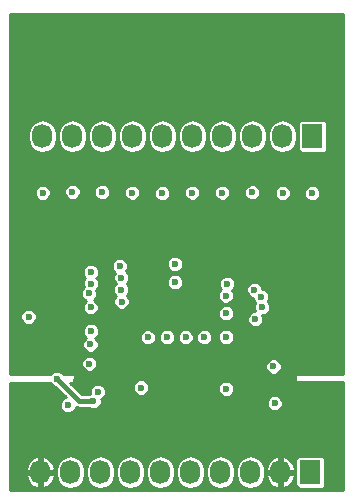
<source format=gbr>
G04 #@! TF.FileFunction,Copper,L3,Inr,Signal*
%FSLAX46Y46*%
G04 Gerber Fmt 4.6, Leading zero omitted, Abs format (unit mm)*
G04 Created by KiCad (PCBNEW 4.0.4-stable) date Wednesday, May 10, 2017 'PMt' 03:49:53 PM*
%MOMM*%
%LPD*%
G01*
G04 APERTURE LIST*
%ADD10C,0.100000*%
%ADD11R,1.727200X2.032000*%
%ADD12O,1.727200X2.032000*%
%ADD13C,0.600000*%
%ADD14C,0.381000*%
%ADD15C,0.254000*%
G04 APERTURE END LIST*
D10*
D11*
X58140600Y-39293800D03*
D12*
X55600600Y-39293800D03*
X53060600Y-39293800D03*
X50520600Y-39293800D03*
X47980600Y-39293800D03*
X45440600Y-39293800D03*
X42900600Y-39293800D03*
X40360600Y-39293800D03*
X37820600Y-39293800D03*
X35280600Y-39293800D03*
D11*
X57962800Y-67741800D03*
D12*
X55422800Y-67741800D03*
X52882800Y-67741800D03*
X50342800Y-67741800D03*
X47802800Y-67741800D03*
X45262800Y-67741800D03*
X42722800Y-67741800D03*
X40182800Y-67741800D03*
X37642800Y-67741800D03*
X35102800Y-67741800D03*
D13*
X39611300Y-61711840D03*
X36507420Y-59817000D03*
X43634660Y-60568840D03*
X50833020Y-60665360D03*
X50829140Y-56285200D03*
X39971980Y-60934600D03*
X54952900Y-61889640D03*
X53891180Y-64023240D03*
X41993820Y-58745120D03*
X39530020Y-65796160D03*
X49004220Y-53004720D03*
X47404020Y-52989480D03*
X45829220Y-52969160D03*
X44223940Y-53014880D03*
X41932860Y-56276240D03*
X53281580Y-55788560D03*
X53281580Y-56784240D03*
X53266340Y-51287680D03*
X39220140Y-62448440D03*
X34820860Y-63550800D03*
X34063940Y-64749680D03*
X59499500Y-41617900D03*
X56870600Y-41617900D03*
X54343300Y-41617900D03*
X51790600Y-41630600D03*
X49237900Y-41617900D03*
X46723300Y-41605200D03*
X44170600Y-41617900D03*
X41656000Y-41579800D03*
X39090600Y-41579800D03*
X38379400Y-37033200D03*
X36550600Y-41579800D03*
X59499500Y-63004700D03*
X59499500Y-60731400D03*
X57835800Y-55245000D03*
X59423300Y-55219600D03*
X55397400Y-34848800D03*
X46278800Y-35648900D03*
X54851300Y-58785760D03*
X50838100Y-54264560D03*
X53820060Y-52892960D03*
X50934620Y-51795680D03*
X44213780Y-56327040D03*
X45834300Y-56306720D03*
X47414180Y-56306720D03*
X48988980Y-56311800D03*
X46515020Y-51658520D03*
X46494700Y-50104040D03*
X41821100Y-50279300D03*
X41973500Y-51269900D03*
X39408100Y-51777900D03*
X53317140Y-54782720D03*
X34112200Y-54584600D03*
X39268400Y-58547000D03*
X50807620Y-52786280D03*
X53235860Y-52288440D03*
X39357300Y-56921400D03*
X39382700Y-50787300D03*
X41960800Y-52273200D03*
X41986200Y-53289200D03*
X37442140Y-62062360D03*
X37833300Y-43992800D03*
X42900600Y-44069000D03*
X35306000Y-44081700D03*
X40360600Y-44018200D03*
X45440600Y-44107100D03*
X53891180Y-53766720D03*
X58140600Y-44107100D03*
X53047900Y-44043600D03*
X47967900Y-44069000D03*
X55626000Y-44094400D03*
X50520600Y-44069000D03*
X39255700Y-52590700D03*
X39397940Y-55788560D03*
X39370000Y-53784500D03*
D14*
X39611300Y-61711840D02*
X38402260Y-61711840D01*
X38402260Y-61711840D02*
X36507420Y-59817000D01*
X59499500Y-60731400D02*
X59461400Y-60731400D01*
D15*
G36*
X60706800Y-59446570D02*
X56806948Y-59451240D01*
X56757550Y-59461305D01*
X56715959Y-59489796D01*
X56688730Y-59532223D01*
X56680100Y-59578240D01*
X56680100Y-60015120D01*
X56690106Y-60064530D01*
X56718547Y-60106155D01*
X56760941Y-60133435D01*
X56807100Y-60142120D01*
X60706800Y-60142120D01*
X60706800Y-69203100D01*
X32536600Y-69203100D01*
X32536600Y-68064013D01*
X33868273Y-68064013D01*
X34027230Y-68523520D01*
X34349933Y-68887219D01*
X34783682Y-69097193D01*
X34975800Y-69036512D01*
X34975800Y-67868800D01*
X35229800Y-67868800D01*
X35229800Y-69036512D01*
X35421918Y-69097193D01*
X35855667Y-68887219D01*
X36178370Y-68523520D01*
X36337327Y-68064013D01*
X36253443Y-67868800D01*
X35229800Y-67868800D01*
X34975800Y-67868800D01*
X33952157Y-67868800D01*
X33868273Y-68064013D01*
X32536600Y-68064013D01*
X32536600Y-67419587D01*
X33868273Y-67419587D01*
X33952157Y-67614800D01*
X34975800Y-67614800D01*
X34975800Y-66447088D01*
X35229800Y-66447088D01*
X35229800Y-67614800D01*
X36253443Y-67614800D01*
X36276118Y-67562031D01*
X36398200Y-67562031D01*
X36398200Y-67921569D01*
X36492940Y-68397857D01*
X36762735Y-68801634D01*
X37166512Y-69071429D01*
X37642800Y-69166169D01*
X38119088Y-69071429D01*
X38522865Y-68801634D01*
X38792660Y-68397857D01*
X38887400Y-67921569D01*
X38887400Y-67562031D01*
X38938200Y-67562031D01*
X38938200Y-67921569D01*
X39032940Y-68397857D01*
X39302735Y-68801634D01*
X39706512Y-69071429D01*
X40182800Y-69166169D01*
X40659088Y-69071429D01*
X41062865Y-68801634D01*
X41332660Y-68397857D01*
X41427400Y-67921569D01*
X41427400Y-67562031D01*
X41478200Y-67562031D01*
X41478200Y-67921569D01*
X41572940Y-68397857D01*
X41842735Y-68801634D01*
X42246512Y-69071429D01*
X42722800Y-69166169D01*
X43199088Y-69071429D01*
X43602865Y-68801634D01*
X43872660Y-68397857D01*
X43967400Y-67921569D01*
X43967400Y-67562031D01*
X44018200Y-67562031D01*
X44018200Y-67921569D01*
X44112940Y-68397857D01*
X44382735Y-68801634D01*
X44786512Y-69071429D01*
X45262800Y-69166169D01*
X45739088Y-69071429D01*
X46142865Y-68801634D01*
X46412660Y-68397857D01*
X46507400Y-67921569D01*
X46507400Y-67562031D01*
X46558200Y-67562031D01*
X46558200Y-67921569D01*
X46652940Y-68397857D01*
X46922735Y-68801634D01*
X47326512Y-69071429D01*
X47802800Y-69166169D01*
X48279088Y-69071429D01*
X48682865Y-68801634D01*
X48952660Y-68397857D01*
X49047400Y-67921569D01*
X49047400Y-67562031D01*
X49098200Y-67562031D01*
X49098200Y-67921569D01*
X49192940Y-68397857D01*
X49462735Y-68801634D01*
X49866512Y-69071429D01*
X50342800Y-69166169D01*
X50819088Y-69071429D01*
X51222865Y-68801634D01*
X51492660Y-68397857D01*
X51587400Y-67921569D01*
X51587400Y-67562031D01*
X51638200Y-67562031D01*
X51638200Y-67921569D01*
X51732940Y-68397857D01*
X52002735Y-68801634D01*
X52406512Y-69071429D01*
X52882800Y-69166169D01*
X53359088Y-69071429D01*
X53762865Y-68801634D01*
X54032660Y-68397857D01*
X54099065Y-68064013D01*
X54188273Y-68064013D01*
X54347230Y-68523520D01*
X54669933Y-68887219D01*
X55103682Y-69097193D01*
X55295800Y-69036512D01*
X55295800Y-67868800D01*
X55549800Y-67868800D01*
X55549800Y-69036512D01*
X55741918Y-69097193D01*
X56175667Y-68887219D01*
X56498370Y-68523520D01*
X56657327Y-68064013D01*
X56573443Y-67868800D01*
X55549800Y-67868800D01*
X55295800Y-67868800D01*
X54272157Y-67868800D01*
X54188273Y-68064013D01*
X54099065Y-68064013D01*
X54127400Y-67921569D01*
X54127400Y-67562031D01*
X54099066Y-67419587D01*
X54188273Y-67419587D01*
X54272157Y-67614800D01*
X55295800Y-67614800D01*
X55295800Y-66447088D01*
X55549800Y-66447088D01*
X55549800Y-67614800D01*
X56573443Y-67614800D01*
X56657327Y-67419587D01*
X56498370Y-66960080D01*
X56290498Y-66725800D01*
X56710736Y-66725800D01*
X56710736Y-68757800D01*
X56737303Y-68898990D01*
X56820746Y-69028665D01*
X56948066Y-69115659D01*
X57099200Y-69146264D01*
X58826400Y-69146264D01*
X58967590Y-69119697D01*
X59097265Y-69036254D01*
X59184259Y-68908934D01*
X59214864Y-68757800D01*
X59214864Y-66725800D01*
X59188297Y-66584610D01*
X59104854Y-66454935D01*
X58977534Y-66367941D01*
X58826400Y-66337336D01*
X57099200Y-66337336D01*
X56958010Y-66363903D01*
X56828335Y-66447346D01*
X56741341Y-66574666D01*
X56710736Y-66725800D01*
X56290498Y-66725800D01*
X56175667Y-66596381D01*
X55741918Y-66386407D01*
X55549800Y-66447088D01*
X55295800Y-66447088D01*
X55103682Y-66386407D01*
X54669933Y-66596381D01*
X54347230Y-66960080D01*
X54188273Y-67419587D01*
X54099066Y-67419587D01*
X54032660Y-67085743D01*
X53762865Y-66681966D01*
X53359088Y-66412171D01*
X52882800Y-66317431D01*
X52406512Y-66412171D01*
X52002735Y-66681966D01*
X51732940Y-67085743D01*
X51638200Y-67562031D01*
X51587400Y-67562031D01*
X51492660Y-67085743D01*
X51222865Y-66681966D01*
X50819088Y-66412171D01*
X50342800Y-66317431D01*
X49866512Y-66412171D01*
X49462735Y-66681966D01*
X49192940Y-67085743D01*
X49098200Y-67562031D01*
X49047400Y-67562031D01*
X48952660Y-67085743D01*
X48682865Y-66681966D01*
X48279088Y-66412171D01*
X47802800Y-66317431D01*
X47326512Y-66412171D01*
X46922735Y-66681966D01*
X46652940Y-67085743D01*
X46558200Y-67562031D01*
X46507400Y-67562031D01*
X46412660Y-67085743D01*
X46142865Y-66681966D01*
X45739088Y-66412171D01*
X45262800Y-66317431D01*
X44786512Y-66412171D01*
X44382735Y-66681966D01*
X44112940Y-67085743D01*
X44018200Y-67562031D01*
X43967400Y-67562031D01*
X43872660Y-67085743D01*
X43602865Y-66681966D01*
X43199088Y-66412171D01*
X42722800Y-66317431D01*
X42246512Y-66412171D01*
X41842735Y-66681966D01*
X41572940Y-67085743D01*
X41478200Y-67562031D01*
X41427400Y-67562031D01*
X41332660Y-67085743D01*
X41062865Y-66681966D01*
X40659088Y-66412171D01*
X40182800Y-66317431D01*
X39706512Y-66412171D01*
X39302735Y-66681966D01*
X39032940Y-67085743D01*
X38938200Y-67562031D01*
X38887400Y-67562031D01*
X38792660Y-67085743D01*
X38522865Y-66681966D01*
X38119088Y-66412171D01*
X37642800Y-66317431D01*
X37166512Y-66412171D01*
X36762735Y-66681966D01*
X36492940Y-67085743D01*
X36398200Y-67562031D01*
X36276118Y-67562031D01*
X36337327Y-67419587D01*
X36178370Y-66960080D01*
X35855667Y-66596381D01*
X35421918Y-66386407D01*
X35229800Y-66447088D01*
X34975800Y-66447088D01*
X34783682Y-66386407D01*
X34349933Y-66596381D01*
X34027230Y-66960080D01*
X33868273Y-67419587D01*
X32536600Y-67419587D01*
X32536600Y-60142438D01*
X35906287Y-60145445D01*
X35929759Y-60202252D01*
X36121161Y-60393987D01*
X36371366Y-60497882D01*
X36380086Y-60497890D01*
X37276256Y-61394059D01*
X37056888Y-61484699D01*
X36865153Y-61676101D01*
X36761258Y-61926306D01*
X36761022Y-62197225D01*
X36864479Y-62447612D01*
X37055881Y-62639347D01*
X37306086Y-62743242D01*
X37577005Y-62743478D01*
X37827392Y-62640021D01*
X38019127Y-62448619D01*
X38122705Y-62199178D01*
X38183556Y-62239837D01*
X38402260Y-62283340D01*
X39219564Y-62283340D01*
X39225041Y-62288827D01*
X39475246Y-62392722D01*
X39746165Y-62392958D01*
X39996552Y-62289501D01*
X40188287Y-62098099D01*
X40218846Y-62024505D01*
X54271782Y-62024505D01*
X54375239Y-62274892D01*
X54566641Y-62466627D01*
X54816846Y-62570522D01*
X55087765Y-62570758D01*
X55338152Y-62467301D01*
X55529887Y-62275899D01*
X55633782Y-62025694D01*
X55634018Y-61754775D01*
X55530561Y-61504388D01*
X55339159Y-61312653D01*
X55088954Y-61208758D01*
X54818035Y-61208522D01*
X54567648Y-61311979D01*
X54375913Y-61503381D01*
X54272018Y-61753586D01*
X54271782Y-62024505D01*
X40218846Y-62024505D01*
X40292182Y-61847894D01*
X40292418Y-61576975D01*
X40279030Y-61544573D01*
X40357232Y-61512261D01*
X40548967Y-61320859D01*
X40652862Y-61070654D01*
X40653098Y-60799735D01*
X40613420Y-60703705D01*
X42953542Y-60703705D01*
X43056999Y-60954092D01*
X43248401Y-61145827D01*
X43498606Y-61249722D01*
X43769525Y-61249958D01*
X44019912Y-61146501D01*
X44211647Y-60955099D01*
X44275956Y-60800225D01*
X50151902Y-60800225D01*
X50255359Y-61050612D01*
X50446761Y-61242347D01*
X50696966Y-61346242D01*
X50967885Y-61346478D01*
X51218272Y-61243021D01*
X51410007Y-61051619D01*
X51513902Y-60801414D01*
X51514138Y-60530495D01*
X51410681Y-60280108D01*
X51219279Y-60088373D01*
X50969074Y-59984478D01*
X50698155Y-59984242D01*
X50447768Y-60087699D01*
X50256033Y-60279101D01*
X50152138Y-60529306D01*
X50151902Y-60800225D01*
X44275956Y-60800225D01*
X44315542Y-60704894D01*
X44315778Y-60433975D01*
X44212321Y-60183588D01*
X44020919Y-59991853D01*
X43770714Y-59887958D01*
X43499795Y-59887722D01*
X43249408Y-59991179D01*
X43057673Y-60182581D01*
X42953778Y-60432786D01*
X42953542Y-60703705D01*
X40613420Y-60703705D01*
X40549641Y-60549348D01*
X40358239Y-60357613D01*
X40108034Y-60253718D01*
X39837115Y-60253482D01*
X39586728Y-60356939D01*
X39394993Y-60548341D01*
X39291098Y-60798546D01*
X39290862Y-61069465D01*
X39304250Y-61101867D01*
X39226048Y-61134179D01*
X39219876Y-61140340D01*
X38638983Y-61140340D01*
X37645640Y-60146996D01*
X37873827Y-60147200D01*
X37923246Y-60137238D01*
X37964896Y-60108835D01*
X37992213Y-60066465D01*
X38000906Y-60023119D01*
X38011066Y-59581159D01*
X38002199Y-59531532D01*
X37974722Y-59489265D01*
X37932966Y-59461018D01*
X37884100Y-59451240D01*
X37093135Y-59451240D01*
X37085081Y-59431748D01*
X36893679Y-59240013D01*
X36643474Y-59136118D01*
X36372555Y-59135882D01*
X36122168Y-59239339D01*
X35930433Y-59430741D01*
X35921921Y-59451240D01*
X32536600Y-59451240D01*
X32536600Y-58681865D01*
X38587282Y-58681865D01*
X38690739Y-58932252D01*
X38882141Y-59123987D01*
X39132346Y-59227882D01*
X39403265Y-59228118D01*
X39653652Y-59124661D01*
X39845387Y-58933259D01*
X39850633Y-58920625D01*
X54170182Y-58920625D01*
X54273639Y-59171012D01*
X54465041Y-59362747D01*
X54715246Y-59466642D01*
X54986165Y-59466878D01*
X55236552Y-59363421D01*
X55428287Y-59172019D01*
X55532182Y-58921814D01*
X55532418Y-58650895D01*
X55428961Y-58400508D01*
X55237559Y-58208773D01*
X54987354Y-58104878D01*
X54716435Y-58104642D01*
X54466048Y-58208099D01*
X54274313Y-58399501D01*
X54170418Y-58649706D01*
X54170182Y-58920625D01*
X39850633Y-58920625D01*
X39949282Y-58683054D01*
X39949518Y-58412135D01*
X39846061Y-58161748D01*
X39654659Y-57970013D01*
X39404454Y-57866118D01*
X39133535Y-57865882D01*
X38883148Y-57969339D01*
X38691413Y-58160741D01*
X38587518Y-58410946D01*
X38587282Y-58681865D01*
X32536600Y-58681865D01*
X32536600Y-57056265D01*
X38676182Y-57056265D01*
X38779639Y-57306652D01*
X38971041Y-57498387D01*
X39221246Y-57602282D01*
X39492165Y-57602518D01*
X39742552Y-57499061D01*
X39934287Y-57307659D01*
X40038182Y-57057454D01*
X40038418Y-56786535D01*
X39934961Y-56536148D01*
X39860847Y-56461905D01*
X43532662Y-56461905D01*
X43636119Y-56712292D01*
X43827521Y-56904027D01*
X44077726Y-57007922D01*
X44348645Y-57008158D01*
X44599032Y-56904701D01*
X44790767Y-56713299D01*
X44894662Y-56463094D01*
X44894680Y-56441585D01*
X45153182Y-56441585D01*
X45256639Y-56691972D01*
X45448041Y-56883707D01*
X45698246Y-56987602D01*
X45969165Y-56987838D01*
X46219552Y-56884381D01*
X46411287Y-56692979D01*
X46515182Y-56442774D01*
X46515183Y-56441585D01*
X46733062Y-56441585D01*
X46836519Y-56691972D01*
X47027921Y-56883707D01*
X47278126Y-56987602D01*
X47549045Y-56987838D01*
X47799432Y-56884381D01*
X47991167Y-56692979D01*
X48093446Y-56446665D01*
X48307862Y-56446665D01*
X48411319Y-56697052D01*
X48602721Y-56888787D01*
X48852926Y-56992682D01*
X49123845Y-56992918D01*
X49374232Y-56889461D01*
X49565967Y-56698059D01*
X49669862Y-56447854D01*
X49669886Y-56420065D01*
X50148022Y-56420065D01*
X50251479Y-56670452D01*
X50442881Y-56862187D01*
X50693086Y-56966082D01*
X50964005Y-56966318D01*
X51214392Y-56862861D01*
X51406127Y-56671459D01*
X51510022Y-56421254D01*
X51510258Y-56150335D01*
X51406801Y-55899948D01*
X51215399Y-55708213D01*
X50965194Y-55604318D01*
X50694275Y-55604082D01*
X50443888Y-55707539D01*
X50252153Y-55898941D01*
X50148258Y-56149146D01*
X50148022Y-56420065D01*
X49669886Y-56420065D01*
X49670098Y-56176935D01*
X49566641Y-55926548D01*
X49375239Y-55734813D01*
X49125034Y-55630918D01*
X48854115Y-55630682D01*
X48603728Y-55734139D01*
X48411993Y-55925541D01*
X48308098Y-56175746D01*
X48307862Y-56446665D01*
X48093446Y-56446665D01*
X48095062Y-56442774D01*
X48095298Y-56171855D01*
X47991841Y-55921468D01*
X47800439Y-55729733D01*
X47550234Y-55625838D01*
X47279315Y-55625602D01*
X47028928Y-55729059D01*
X46837193Y-55920461D01*
X46733298Y-56170666D01*
X46733062Y-56441585D01*
X46515183Y-56441585D01*
X46515418Y-56171855D01*
X46411961Y-55921468D01*
X46220559Y-55729733D01*
X45970354Y-55625838D01*
X45699435Y-55625602D01*
X45449048Y-55729059D01*
X45257313Y-55920461D01*
X45153418Y-56170666D01*
X45153182Y-56441585D01*
X44894680Y-56441585D01*
X44894898Y-56192175D01*
X44791441Y-55941788D01*
X44600039Y-55750053D01*
X44349834Y-55646158D01*
X44078915Y-55645922D01*
X43828528Y-55749379D01*
X43636793Y-55940781D01*
X43532898Y-56190986D01*
X43532662Y-56461905D01*
X39860847Y-56461905D01*
X39770545Y-56371446D01*
X39783192Y-56366221D01*
X39974927Y-56174819D01*
X40078822Y-55924614D01*
X40079058Y-55653695D01*
X39975601Y-55403308D01*
X39784199Y-55211573D01*
X39533994Y-55107678D01*
X39263075Y-55107442D01*
X39012688Y-55210899D01*
X38820953Y-55402301D01*
X38717058Y-55652506D01*
X38716822Y-55923425D01*
X38820279Y-56173812D01*
X38984695Y-56338514D01*
X38972048Y-56343739D01*
X38780313Y-56535141D01*
X38676418Y-56785346D01*
X38676182Y-57056265D01*
X32536600Y-57056265D01*
X32536600Y-54719465D01*
X33431082Y-54719465D01*
X33534539Y-54969852D01*
X33725941Y-55161587D01*
X33976146Y-55265482D01*
X34247065Y-55265718D01*
X34497452Y-55162261D01*
X34689187Y-54970859D01*
X34793082Y-54720654D01*
X34793318Y-54449735D01*
X34689861Y-54199348D01*
X34498459Y-54007613D01*
X34248254Y-53903718D01*
X33977335Y-53903482D01*
X33726948Y-54006939D01*
X33535213Y-54198341D01*
X33431318Y-54448546D01*
X33431082Y-54719465D01*
X32536600Y-54719465D01*
X32536600Y-52725565D01*
X38574582Y-52725565D01*
X38678039Y-52975952D01*
X38869441Y-53167687D01*
X38978573Y-53213003D01*
X38793013Y-53398241D01*
X38689118Y-53648446D01*
X38688882Y-53919365D01*
X38792339Y-54169752D01*
X38983741Y-54361487D01*
X39233946Y-54465382D01*
X39504865Y-54465618D01*
X39665065Y-54399425D01*
X50156982Y-54399425D01*
X50260439Y-54649812D01*
X50451841Y-54841547D01*
X50702046Y-54945442D01*
X50972965Y-54945678D01*
X51223352Y-54842221D01*
X51415087Y-54650819D01*
X51518982Y-54400614D01*
X51519218Y-54129695D01*
X51415761Y-53879308D01*
X51224359Y-53687573D01*
X50974154Y-53583678D01*
X50703235Y-53583442D01*
X50452848Y-53686899D01*
X50261113Y-53878301D01*
X50157218Y-54128506D01*
X50156982Y-54399425D01*
X39665065Y-54399425D01*
X39755252Y-54362161D01*
X39946987Y-54170759D01*
X40050882Y-53920554D01*
X40051118Y-53649635D01*
X39947661Y-53399248D01*
X39756259Y-53207513D01*
X39647127Y-53162197D01*
X39832687Y-52976959D01*
X39936582Y-52726754D01*
X39936818Y-52455835D01*
X39865590Y-52283449D01*
X39985087Y-52164159D01*
X40088982Y-51913954D01*
X40089218Y-51643035D01*
X39985761Y-51392648D01*
X39863202Y-51269876D01*
X39959687Y-51173559D01*
X40063582Y-50923354D01*
X40063818Y-50652435D01*
X39965368Y-50414165D01*
X41139982Y-50414165D01*
X41243439Y-50664552D01*
X41429387Y-50850824D01*
X41396513Y-50883641D01*
X41292618Y-51133846D01*
X41292382Y-51404765D01*
X41395839Y-51655152D01*
X41505731Y-51765235D01*
X41383813Y-51886941D01*
X41279918Y-52137146D01*
X41279682Y-52408065D01*
X41383139Y-52658452D01*
X41518398Y-52793946D01*
X41409213Y-52902941D01*
X41305318Y-53153146D01*
X41305082Y-53424065D01*
X41408539Y-53674452D01*
X41599941Y-53866187D01*
X41850146Y-53970082D01*
X42121065Y-53970318D01*
X42371452Y-53866861D01*
X42563187Y-53675459D01*
X42667082Y-53425254D01*
X42667318Y-53154335D01*
X42570967Y-52921145D01*
X50126502Y-52921145D01*
X50229959Y-53171532D01*
X50421361Y-53363267D01*
X50671566Y-53467162D01*
X50942485Y-53467398D01*
X51192872Y-53363941D01*
X51384607Y-53172539D01*
X51488502Y-52922334D01*
X51488738Y-52651415D01*
X51394486Y-52423305D01*
X52554742Y-52423305D01*
X52658199Y-52673692D01*
X52849601Y-52865427D01*
X53099806Y-52969322D01*
X53138993Y-52969356D01*
X53138942Y-53027825D01*
X53242399Y-53278212D01*
X53329358Y-53365322D01*
X53314193Y-53380461D01*
X53210298Y-53630666D01*
X53210062Y-53901585D01*
X53292746Y-54101698D01*
X53182275Y-54101602D01*
X52931888Y-54205059D01*
X52740153Y-54396461D01*
X52636258Y-54646666D01*
X52636022Y-54917585D01*
X52739479Y-55167972D01*
X52930881Y-55359707D01*
X53181086Y-55463602D01*
X53452005Y-55463838D01*
X53702392Y-55360381D01*
X53894127Y-55168979D01*
X53998022Y-54918774D01*
X53998258Y-54647855D01*
X53915574Y-54447742D01*
X54026045Y-54447838D01*
X54276432Y-54344381D01*
X54468167Y-54152979D01*
X54572062Y-53902774D01*
X54572298Y-53631855D01*
X54468841Y-53381468D01*
X54381882Y-53294358D01*
X54397047Y-53279219D01*
X54500942Y-53029014D01*
X54501178Y-52758095D01*
X54397721Y-52507708D01*
X54206319Y-52315973D01*
X53956114Y-52212078D01*
X53916927Y-52212044D01*
X53916978Y-52153575D01*
X53813521Y-51903188D01*
X53622119Y-51711453D01*
X53371914Y-51607558D01*
X53100995Y-51607322D01*
X52850608Y-51710779D01*
X52658873Y-51902181D01*
X52554978Y-52152386D01*
X52554742Y-52423305D01*
X51394486Y-52423305D01*
X51385281Y-52401028D01*
X51338790Y-52354456D01*
X51511607Y-52181939D01*
X51615502Y-51931734D01*
X51615738Y-51660815D01*
X51512281Y-51410428D01*
X51320879Y-51218693D01*
X51070674Y-51114798D01*
X50799755Y-51114562D01*
X50549368Y-51218019D01*
X50357633Y-51409421D01*
X50253738Y-51659626D01*
X50253502Y-51930545D01*
X50356959Y-52180932D01*
X50403450Y-52227504D01*
X50230633Y-52400021D01*
X50126738Y-52650226D01*
X50126502Y-52921145D01*
X42570967Y-52921145D01*
X42563861Y-52903948D01*
X42428602Y-52768454D01*
X42537787Y-52659459D01*
X42641682Y-52409254D01*
X42641918Y-52138335D01*
X42538461Y-51887948D01*
X42444063Y-51793385D01*
X45833902Y-51793385D01*
X45937359Y-52043772D01*
X46128761Y-52235507D01*
X46378966Y-52339402D01*
X46649885Y-52339638D01*
X46900272Y-52236181D01*
X47092007Y-52044779D01*
X47195902Y-51794574D01*
X47196138Y-51523655D01*
X47092681Y-51273268D01*
X46901279Y-51081533D01*
X46651074Y-50977638D01*
X46380155Y-50977402D01*
X46129768Y-51080859D01*
X45938033Y-51272261D01*
X45834138Y-51522466D01*
X45833902Y-51793385D01*
X42444063Y-51793385D01*
X42428569Y-51777865D01*
X42550487Y-51656159D01*
X42654382Y-51405954D01*
X42654618Y-51135035D01*
X42551161Y-50884648D01*
X42365213Y-50698376D01*
X42398087Y-50665559D01*
X42501982Y-50415354D01*
X42502135Y-50238905D01*
X45813582Y-50238905D01*
X45917039Y-50489292D01*
X46108441Y-50681027D01*
X46358646Y-50784922D01*
X46629565Y-50785158D01*
X46879952Y-50681701D01*
X47071687Y-50490299D01*
X47175582Y-50240094D01*
X47175818Y-49969175D01*
X47072361Y-49718788D01*
X46880959Y-49527053D01*
X46630754Y-49423158D01*
X46359835Y-49422922D01*
X46109448Y-49526379D01*
X45917713Y-49717781D01*
X45813818Y-49967986D01*
X45813582Y-50238905D01*
X42502135Y-50238905D01*
X42502218Y-50144435D01*
X42398761Y-49894048D01*
X42207359Y-49702313D01*
X41957154Y-49598418D01*
X41686235Y-49598182D01*
X41435848Y-49701639D01*
X41244113Y-49893041D01*
X41140218Y-50143246D01*
X41139982Y-50414165D01*
X39965368Y-50414165D01*
X39960361Y-50402048D01*
X39768959Y-50210313D01*
X39518754Y-50106418D01*
X39247835Y-50106182D01*
X38997448Y-50209639D01*
X38805713Y-50401041D01*
X38701818Y-50651246D01*
X38701582Y-50922165D01*
X38805039Y-51172552D01*
X38927598Y-51295324D01*
X38831113Y-51391641D01*
X38727218Y-51641846D01*
X38726982Y-51912765D01*
X38798210Y-52085151D01*
X38678713Y-52204441D01*
X38574818Y-52454646D01*
X38574582Y-52725565D01*
X32536600Y-52725565D01*
X32536600Y-44216565D01*
X34624882Y-44216565D01*
X34728339Y-44466952D01*
X34919741Y-44658687D01*
X35169946Y-44762582D01*
X35440865Y-44762818D01*
X35691252Y-44659361D01*
X35882987Y-44467959D01*
X35986882Y-44217754D01*
X35986960Y-44127665D01*
X37152182Y-44127665D01*
X37255639Y-44378052D01*
X37447041Y-44569787D01*
X37697246Y-44673682D01*
X37968165Y-44673918D01*
X38218552Y-44570461D01*
X38410287Y-44379059D01*
X38504128Y-44153065D01*
X39679482Y-44153065D01*
X39782939Y-44403452D01*
X39974341Y-44595187D01*
X40224546Y-44699082D01*
X40495465Y-44699318D01*
X40745852Y-44595861D01*
X40937587Y-44404459D01*
X41020881Y-44203865D01*
X42219482Y-44203865D01*
X42322939Y-44454252D01*
X42514341Y-44645987D01*
X42764546Y-44749882D01*
X43035465Y-44750118D01*
X43285852Y-44646661D01*
X43477587Y-44455259D01*
X43566155Y-44241965D01*
X44759482Y-44241965D01*
X44862939Y-44492352D01*
X45054341Y-44684087D01*
X45304546Y-44787982D01*
X45575465Y-44788218D01*
X45825852Y-44684761D01*
X46017587Y-44493359D01*
X46121482Y-44243154D01*
X46121516Y-44203865D01*
X47286782Y-44203865D01*
X47390239Y-44454252D01*
X47581641Y-44645987D01*
X47831846Y-44749882D01*
X48102765Y-44750118D01*
X48353152Y-44646661D01*
X48544887Y-44455259D01*
X48648782Y-44205054D01*
X48648783Y-44203865D01*
X49839482Y-44203865D01*
X49942939Y-44454252D01*
X50134341Y-44645987D01*
X50384546Y-44749882D01*
X50655465Y-44750118D01*
X50905852Y-44646661D01*
X51097587Y-44455259D01*
X51201482Y-44205054D01*
X51201505Y-44178465D01*
X52366782Y-44178465D01*
X52470239Y-44428852D01*
X52661641Y-44620587D01*
X52911846Y-44724482D01*
X53182765Y-44724718D01*
X53433152Y-44621261D01*
X53624887Y-44429859D01*
X53708181Y-44229265D01*
X54944882Y-44229265D01*
X55048339Y-44479652D01*
X55239741Y-44671387D01*
X55489946Y-44775282D01*
X55760865Y-44775518D01*
X56011252Y-44672061D01*
X56202987Y-44480659D01*
X56302102Y-44241965D01*
X57459482Y-44241965D01*
X57562939Y-44492352D01*
X57754341Y-44684087D01*
X58004546Y-44787982D01*
X58275465Y-44788218D01*
X58525852Y-44684761D01*
X58717587Y-44493359D01*
X58821482Y-44243154D01*
X58821718Y-43972235D01*
X58718261Y-43721848D01*
X58526859Y-43530113D01*
X58276654Y-43426218D01*
X58005735Y-43425982D01*
X57755348Y-43529439D01*
X57563613Y-43720841D01*
X57459718Y-43971046D01*
X57459482Y-44241965D01*
X56302102Y-44241965D01*
X56306882Y-44230454D01*
X56307118Y-43959535D01*
X56203661Y-43709148D01*
X56012259Y-43517413D01*
X55762054Y-43413518D01*
X55491135Y-43413282D01*
X55240748Y-43516739D01*
X55049013Y-43708141D01*
X54945118Y-43958346D01*
X54944882Y-44229265D01*
X53708181Y-44229265D01*
X53728782Y-44179654D01*
X53729018Y-43908735D01*
X53625561Y-43658348D01*
X53434159Y-43466613D01*
X53183954Y-43362718D01*
X52913035Y-43362482D01*
X52662648Y-43465939D01*
X52470913Y-43657341D01*
X52367018Y-43907546D01*
X52366782Y-44178465D01*
X51201505Y-44178465D01*
X51201718Y-43934135D01*
X51098261Y-43683748D01*
X50906859Y-43492013D01*
X50656654Y-43388118D01*
X50385735Y-43387882D01*
X50135348Y-43491339D01*
X49943613Y-43682741D01*
X49839718Y-43932946D01*
X49839482Y-44203865D01*
X48648783Y-44203865D01*
X48649018Y-43934135D01*
X48545561Y-43683748D01*
X48354159Y-43492013D01*
X48103954Y-43388118D01*
X47833035Y-43387882D01*
X47582648Y-43491339D01*
X47390913Y-43682741D01*
X47287018Y-43932946D01*
X47286782Y-44203865D01*
X46121516Y-44203865D01*
X46121718Y-43972235D01*
X46018261Y-43721848D01*
X45826859Y-43530113D01*
X45576654Y-43426218D01*
X45305735Y-43425982D01*
X45055348Y-43529439D01*
X44863613Y-43720841D01*
X44759718Y-43971046D01*
X44759482Y-44241965D01*
X43566155Y-44241965D01*
X43581482Y-44205054D01*
X43581718Y-43934135D01*
X43478261Y-43683748D01*
X43286859Y-43492013D01*
X43036654Y-43388118D01*
X42765735Y-43387882D01*
X42515348Y-43491339D01*
X42323613Y-43682741D01*
X42219718Y-43932946D01*
X42219482Y-44203865D01*
X41020881Y-44203865D01*
X41041482Y-44154254D01*
X41041718Y-43883335D01*
X40938261Y-43632948D01*
X40746859Y-43441213D01*
X40496654Y-43337318D01*
X40225735Y-43337082D01*
X39975348Y-43440539D01*
X39783613Y-43631941D01*
X39679718Y-43882146D01*
X39679482Y-44153065D01*
X38504128Y-44153065D01*
X38514182Y-44128854D01*
X38514418Y-43857935D01*
X38410961Y-43607548D01*
X38219559Y-43415813D01*
X37969354Y-43311918D01*
X37698435Y-43311682D01*
X37448048Y-43415139D01*
X37256313Y-43606541D01*
X37152418Y-43856746D01*
X37152182Y-44127665D01*
X35986960Y-44127665D01*
X35987118Y-43946835D01*
X35883661Y-43696448D01*
X35692259Y-43504713D01*
X35442054Y-43400818D01*
X35171135Y-43400582D01*
X34920748Y-43504039D01*
X34729013Y-43695441D01*
X34625118Y-43945646D01*
X34624882Y-44216565D01*
X32536600Y-44216565D01*
X32536600Y-39114031D01*
X34036000Y-39114031D01*
X34036000Y-39473569D01*
X34130740Y-39949857D01*
X34400535Y-40353634D01*
X34804312Y-40623429D01*
X35280600Y-40718169D01*
X35756888Y-40623429D01*
X36160665Y-40353634D01*
X36430460Y-39949857D01*
X36525200Y-39473569D01*
X36525200Y-39114031D01*
X36576000Y-39114031D01*
X36576000Y-39473569D01*
X36670740Y-39949857D01*
X36940535Y-40353634D01*
X37344312Y-40623429D01*
X37820600Y-40718169D01*
X38296888Y-40623429D01*
X38700665Y-40353634D01*
X38970460Y-39949857D01*
X39065200Y-39473569D01*
X39065200Y-39114031D01*
X39116000Y-39114031D01*
X39116000Y-39473569D01*
X39210740Y-39949857D01*
X39480535Y-40353634D01*
X39884312Y-40623429D01*
X40360600Y-40718169D01*
X40836888Y-40623429D01*
X41240665Y-40353634D01*
X41510460Y-39949857D01*
X41605200Y-39473569D01*
X41605200Y-39114031D01*
X41656000Y-39114031D01*
X41656000Y-39473569D01*
X41750740Y-39949857D01*
X42020535Y-40353634D01*
X42424312Y-40623429D01*
X42900600Y-40718169D01*
X43376888Y-40623429D01*
X43780665Y-40353634D01*
X44050460Y-39949857D01*
X44145200Y-39473569D01*
X44145200Y-39114031D01*
X44196000Y-39114031D01*
X44196000Y-39473569D01*
X44290740Y-39949857D01*
X44560535Y-40353634D01*
X44964312Y-40623429D01*
X45440600Y-40718169D01*
X45916888Y-40623429D01*
X46320665Y-40353634D01*
X46590460Y-39949857D01*
X46685200Y-39473569D01*
X46685200Y-39114031D01*
X46736000Y-39114031D01*
X46736000Y-39473569D01*
X46830740Y-39949857D01*
X47100535Y-40353634D01*
X47504312Y-40623429D01*
X47980600Y-40718169D01*
X48456888Y-40623429D01*
X48860665Y-40353634D01*
X49130460Y-39949857D01*
X49225200Y-39473569D01*
X49225200Y-39114031D01*
X49276000Y-39114031D01*
X49276000Y-39473569D01*
X49370740Y-39949857D01*
X49640535Y-40353634D01*
X50044312Y-40623429D01*
X50520600Y-40718169D01*
X50996888Y-40623429D01*
X51400665Y-40353634D01*
X51670460Y-39949857D01*
X51765200Y-39473569D01*
X51765200Y-39114031D01*
X51816000Y-39114031D01*
X51816000Y-39473569D01*
X51910740Y-39949857D01*
X52180535Y-40353634D01*
X52584312Y-40623429D01*
X53060600Y-40718169D01*
X53536888Y-40623429D01*
X53940665Y-40353634D01*
X54210460Y-39949857D01*
X54305200Y-39473569D01*
X54305200Y-39114031D01*
X54356000Y-39114031D01*
X54356000Y-39473569D01*
X54450740Y-39949857D01*
X54720535Y-40353634D01*
X55124312Y-40623429D01*
X55600600Y-40718169D01*
X56076888Y-40623429D01*
X56480665Y-40353634D01*
X56750460Y-39949857D01*
X56845200Y-39473569D01*
X56845200Y-39114031D01*
X56750460Y-38637743D01*
X56509954Y-38277800D01*
X56888536Y-38277800D01*
X56888536Y-40309800D01*
X56915103Y-40450990D01*
X56998546Y-40580665D01*
X57125866Y-40667659D01*
X57277000Y-40698264D01*
X59004200Y-40698264D01*
X59145390Y-40671697D01*
X59275065Y-40588254D01*
X59362059Y-40460934D01*
X59392664Y-40309800D01*
X59392664Y-38277800D01*
X59366097Y-38136610D01*
X59282654Y-38006935D01*
X59155334Y-37919941D01*
X59004200Y-37889336D01*
X57277000Y-37889336D01*
X57135810Y-37915903D01*
X57006135Y-37999346D01*
X56919141Y-38126666D01*
X56888536Y-38277800D01*
X56509954Y-38277800D01*
X56480665Y-38233966D01*
X56076888Y-37964171D01*
X55600600Y-37869431D01*
X55124312Y-37964171D01*
X54720535Y-38233966D01*
X54450740Y-38637743D01*
X54356000Y-39114031D01*
X54305200Y-39114031D01*
X54210460Y-38637743D01*
X53940665Y-38233966D01*
X53536888Y-37964171D01*
X53060600Y-37869431D01*
X52584312Y-37964171D01*
X52180535Y-38233966D01*
X51910740Y-38637743D01*
X51816000Y-39114031D01*
X51765200Y-39114031D01*
X51670460Y-38637743D01*
X51400665Y-38233966D01*
X50996888Y-37964171D01*
X50520600Y-37869431D01*
X50044312Y-37964171D01*
X49640535Y-38233966D01*
X49370740Y-38637743D01*
X49276000Y-39114031D01*
X49225200Y-39114031D01*
X49130460Y-38637743D01*
X48860665Y-38233966D01*
X48456888Y-37964171D01*
X47980600Y-37869431D01*
X47504312Y-37964171D01*
X47100535Y-38233966D01*
X46830740Y-38637743D01*
X46736000Y-39114031D01*
X46685200Y-39114031D01*
X46590460Y-38637743D01*
X46320665Y-38233966D01*
X45916888Y-37964171D01*
X45440600Y-37869431D01*
X44964312Y-37964171D01*
X44560535Y-38233966D01*
X44290740Y-38637743D01*
X44196000Y-39114031D01*
X44145200Y-39114031D01*
X44050460Y-38637743D01*
X43780665Y-38233966D01*
X43376888Y-37964171D01*
X42900600Y-37869431D01*
X42424312Y-37964171D01*
X42020535Y-38233966D01*
X41750740Y-38637743D01*
X41656000Y-39114031D01*
X41605200Y-39114031D01*
X41510460Y-38637743D01*
X41240665Y-38233966D01*
X40836888Y-37964171D01*
X40360600Y-37869431D01*
X39884312Y-37964171D01*
X39480535Y-38233966D01*
X39210740Y-38637743D01*
X39116000Y-39114031D01*
X39065200Y-39114031D01*
X38970460Y-38637743D01*
X38700665Y-38233966D01*
X38296888Y-37964171D01*
X37820600Y-37869431D01*
X37344312Y-37964171D01*
X36940535Y-38233966D01*
X36670740Y-38637743D01*
X36576000Y-39114031D01*
X36525200Y-39114031D01*
X36430460Y-38637743D01*
X36160665Y-38233966D01*
X35756888Y-37964171D01*
X35280600Y-37869431D01*
X34804312Y-37964171D01*
X34400535Y-38233966D01*
X34130740Y-38637743D01*
X34036000Y-39114031D01*
X32536600Y-39114031D01*
X32536600Y-28904400D01*
X60706800Y-28904400D01*
X60706800Y-59446570D01*
X60706800Y-59446570D01*
G37*
X60706800Y-59446570D02*
X56806948Y-59451240D01*
X56757550Y-59461305D01*
X56715959Y-59489796D01*
X56688730Y-59532223D01*
X56680100Y-59578240D01*
X56680100Y-60015120D01*
X56690106Y-60064530D01*
X56718547Y-60106155D01*
X56760941Y-60133435D01*
X56807100Y-60142120D01*
X60706800Y-60142120D01*
X60706800Y-69203100D01*
X32536600Y-69203100D01*
X32536600Y-68064013D01*
X33868273Y-68064013D01*
X34027230Y-68523520D01*
X34349933Y-68887219D01*
X34783682Y-69097193D01*
X34975800Y-69036512D01*
X34975800Y-67868800D01*
X35229800Y-67868800D01*
X35229800Y-69036512D01*
X35421918Y-69097193D01*
X35855667Y-68887219D01*
X36178370Y-68523520D01*
X36337327Y-68064013D01*
X36253443Y-67868800D01*
X35229800Y-67868800D01*
X34975800Y-67868800D01*
X33952157Y-67868800D01*
X33868273Y-68064013D01*
X32536600Y-68064013D01*
X32536600Y-67419587D01*
X33868273Y-67419587D01*
X33952157Y-67614800D01*
X34975800Y-67614800D01*
X34975800Y-66447088D01*
X35229800Y-66447088D01*
X35229800Y-67614800D01*
X36253443Y-67614800D01*
X36276118Y-67562031D01*
X36398200Y-67562031D01*
X36398200Y-67921569D01*
X36492940Y-68397857D01*
X36762735Y-68801634D01*
X37166512Y-69071429D01*
X37642800Y-69166169D01*
X38119088Y-69071429D01*
X38522865Y-68801634D01*
X38792660Y-68397857D01*
X38887400Y-67921569D01*
X38887400Y-67562031D01*
X38938200Y-67562031D01*
X38938200Y-67921569D01*
X39032940Y-68397857D01*
X39302735Y-68801634D01*
X39706512Y-69071429D01*
X40182800Y-69166169D01*
X40659088Y-69071429D01*
X41062865Y-68801634D01*
X41332660Y-68397857D01*
X41427400Y-67921569D01*
X41427400Y-67562031D01*
X41478200Y-67562031D01*
X41478200Y-67921569D01*
X41572940Y-68397857D01*
X41842735Y-68801634D01*
X42246512Y-69071429D01*
X42722800Y-69166169D01*
X43199088Y-69071429D01*
X43602865Y-68801634D01*
X43872660Y-68397857D01*
X43967400Y-67921569D01*
X43967400Y-67562031D01*
X44018200Y-67562031D01*
X44018200Y-67921569D01*
X44112940Y-68397857D01*
X44382735Y-68801634D01*
X44786512Y-69071429D01*
X45262800Y-69166169D01*
X45739088Y-69071429D01*
X46142865Y-68801634D01*
X46412660Y-68397857D01*
X46507400Y-67921569D01*
X46507400Y-67562031D01*
X46558200Y-67562031D01*
X46558200Y-67921569D01*
X46652940Y-68397857D01*
X46922735Y-68801634D01*
X47326512Y-69071429D01*
X47802800Y-69166169D01*
X48279088Y-69071429D01*
X48682865Y-68801634D01*
X48952660Y-68397857D01*
X49047400Y-67921569D01*
X49047400Y-67562031D01*
X49098200Y-67562031D01*
X49098200Y-67921569D01*
X49192940Y-68397857D01*
X49462735Y-68801634D01*
X49866512Y-69071429D01*
X50342800Y-69166169D01*
X50819088Y-69071429D01*
X51222865Y-68801634D01*
X51492660Y-68397857D01*
X51587400Y-67921569D01*
X51587400Y-67562031D01*
X51638200Y-67562031D01*
X51638200Y-67921569D01*
X51732940Y-68397857D01*
X52002735Y-68801634D01*
X52406512Y-69071429D01*
X52882800Y-69166169D01*
X53359088Y-69071429D01*
X53762865Y-68801634D01*
X54032660Y-68397857D01*
X54099065Y-68064013D01*
X54188273Y-68064013D01*
X54347230Y-68523520D01*
X54669933Y-68887219D01*
X55103682Y-69097193D01*
X55295800Y-69036512D01*
X55295800Y-67868800D01*
X55549800Y-67868800D01*
X55549800Y-69036512D01*
X55741918Y-69097193D01*
X56175667Y-68887219D01*
X56498370Y-68523520D01*
X56657327Y-68064013D01*
X56573443Y-67868800D01*
X55549800Y-67868800D01*
X55295800Y-67868800D01*
X54272157Y-67868800D01*
X54188273Y-68064013D01*
X54099065Y-68064013D01*
X54127400Y-67921569D01*
X54127400Y-67562031D01*
X54099066Y-67419587D01*
X54188273Y-67419587D01*
X54272157Y-67614800D01*
X55295800Y-67614800D01*
X55295800Y-66447088D01*
X55549800Y-66447088D01*
X55549800Y-67614800D01*
X56573443Y-67614800D01*
X56657327Y-67419587D01*
X56498370Y-66960080D01*
X56290498Y-66725800D01*
X56710736Y-66725800D01*
X56710736Y-68757800D01*
X56737303Y-68898990D01*
X56820746Y-69028665D01*
X56948066Y-69115659D01*
X57099200Y-69146264D01*
X58826400Y-69146264D01*
X58967590Y-69119697D01*
X59097265Y-69036254D01*
X59184259Y-68908934D01*
X59214864Y-68757800D01*
X59214864Y-66725800D01*
X59188297Y-66584610D01*
X59104854Y-66454935D01*
X58977534Y-66367941D01*
X58826400Y-66337336D01*
X57099200Y-66337336D01*
X56958010Y-66363903D01*
X56828335Y-66447346D01*
X56741341Y-66574666D01*
X56710736Y-66725800D01*
X56290498Y-66725800D01*
X56175667Y-66596381D01*
X55741918Y-66386407D01*
X55549800Y-66447088D01*
X55295800Y-66447088D01*
X55103682Y-66386407D01*
X54669933Y-66596381D01*
X54347230Y-66960080D01*
X54188273Y-67419587D01*
X54099066Y-67419587D01*
X54032660Y-67085743D01*
X53762865Y-66681966D01*
X53359088Y-66412171D01*
X52882800Y-66317431D01*
X52406512Y-66412171D01*
X52002735Y-66681966D01*
X51732940Y-67085743D01*
X51638200Y-67562031D01*
X51587400Y-67562031D01*
X51492660Y-67085743D01*
X51222865Y-66681966D01*
X50819088Y-66412171D01*
X50342800Y-66317431D01*
X49866512Y-66412171D01*
X49462735Y-66681966D01*
X49192940Y-67085743D01*
X49098200Y-67562031D01*
X49047400Y-67562031D01*
X48952660Y-67085743D01*
X48682865Y-66681966D01*
X48279088Y-66412171D01*
X47802800Y-66317431D01*
X47326512Y-66412171D01*
X46922735Y-66681966D01*
X46652940Y-67085743D01*
X46558200Y-67562031D01*
X46507400Y-67562031D01*
X46412660Y-67085743D01*
X46142865Y-66681966D01*
X45739088Y-66412171D01*
X45262800Y-66317431D01*
X44786512Y-66412171D01*
X44382735Y-66681966D01*
X44112940Y-67085743D01*
X44018200Y-67562031D01*
X43967400Y-67562031D01*
X43872660Y-67085743D01*
X43602865Y-66681966D01*
X43199088Y-66412171D01*
X42722800Y-66317431D01*
X42246512Y-66412171D01*
X41842735Y-66681966D01*
X41572940Y-67085743D01*
X41478200Y-67562031D01*
X41427400Y-67562031D01*
X41332660Y-67085743D01*
X41062865Y-66681966D01*
X40659088Y-66412171D01*
X40182800Y-66317431D01*
X39706512Y-66412171D01*
X39302735Y-66681966D01*
X39032940Y-67085743D01*
X38938200Y-67562031D01*
X38887400Y-67562031D01*
X38792660Y-67085743D01*
X38522865Y-66681966D01*
X38119088Y-66412171D01*
X37642800Y-66317431D01*
X37166512Y-66412171D01*
X36762735Y-66681966D01*
X36492940Y-67085743D01*
X36398200Y-67562031D01*
X36276118Y-67562031D01*
X36337327Y-67419587D01*
X36178370Y-66960080D01*
X35855667Y-66596381D01*
X35421918Y-66386407D01*
X35229800Y-66447088D01*
X34975800Y-66447088D01*
X34783682Y-66386407D01*
X34349933Y-66596381D01*
X34027230Y-66960080D01*
X33868273Y-67419587D01*
X32536600Y-67419587D01*
X32536600Y-60142438D01*
X35906287Y-60145445D01*
X35929759Y-60202252D01*
X36121161Y-60393987D01*
X36371366Y-60497882D01*
X36380086Y-60497890D01*
X37276256Y-61394059D01*
X37056888Y-61484699D01*
X36865153Y-61676101D01*
X36761258Y-61926306D01*
X36761022Y-62197225D01*
X36864479Y-62447612D01*
X37055881Y-62639347D01*
X37306086Y-62743242D01*
X37577005Y-62743478D01*
X37827392Y-62640021D01*
X38019127Y-62448619D01*
X38122705Y-62199178D01*
X38183556Y-62239837D01*
X38402260Y-62283340D01*
X39219564Y-62283340D01*
X39225041Y-62288827D01*
X39475246Y-62392722D01*
X39746165Y-62392958D01*
X39996552Y-62289501D01*
X40188287Y-62098099D01*
X40218846Y-62024505D01*
X54271782Y-62024505D01*
X54375239Y-62274892D01*
X54566641Y-62466627D01*
X54816846Y-62570522D01*
X55087765Y-62570758D01*
X55338152Y-62467301D01*
X55529887Y-62275899D01*
X55633782Y-62025694D01*
X55634018Y-61754775D01*
X55530561Y-61504388D01*
X55339159Y-61312653D01*
X55088954Y-61208758D01*
X54818035Y-61208522D01*
X54567648Y-61311979D01*
X54375913Y-61503381D01*
X54272018Y-61753586D01*
X54271782Y-62024505D01*
X40218846Y-62024505D01*
X40292182Y-61847894D01*
X40292418Y-61576975D01*
X40279030Y-61544573D01*
X40357232Y-61512261D01*
X40548967Y-61320859D01*
X40652862Y-61070654D01*
X40653098Y-60799735D01*
X40613420Y-60703705D01*
X42953542Y-60703705D01*
X43056999Y-60954092D01*
X43248401Y-61145827D01*
X43498606Y-61249722D01*
X43769525Y-61249958D01*
X44019912Y-61146501D01*
X44211647Y-60955099D01*
X44275956Y-60800225D01*
X50151902Y-60800225D01*
X50255359Y-61050612D01*
X50446761Y-61242347D01*
X50696966Y-61346242D01*
X50967885Y-61346478D01*
X51218272Y-61243021D01*
X51410007Y-61051619D01*
X51513902Y-60801414D01*
X51514138Y-60530495D01*
X51410681Y-60280108D01*
X51219279Y-60088373D01*
X50969074Y-59984478D01*
X50698155Y-59984242D01*
X50447768Y-60087699D01*
X50256033Y-60279101D01*
X50152138Y-60529306D01*
X50151902Y-60800225D01*
X44275956Y-60800225D01*
X44315542Y-60704894D01*
X44315778Y-60433975D01*
X44212321Y-60183588D01*
X44020919Y-59991853D01*
X43770714Y-59887958D01*
X43499795Y-59887722D01*
X43249408Y-59991179D01*
X43057673Y-60182581D01*
X42953778Y-60432786D01*
X42953542Y-60703705D01*
X40613420Y-60703705D01*
X40549641Y-60549348D01*
X40358239Y-60357613D01*
X40108034Y-60253718D01*
X39837115Y-60253482D01*
X39586728Y-60356939D01*
X39394993Y-60548341D01*
X39291098Y-60798546D01*
X39290862Y-61069465D01*
X39304250Y-61101867D01*
X39226048Y-61134179D01*
X39219876Y-61140340D01*
X38638983Y-61140340D01*
X37645640Y-60146996D01*
X37873827Y-60147200D01*
X37923246Y-60137238D01*
X37964896Y-60108835D01*
X37992213Y-60066465D01*
X38000906Y-60023119D01*
X38011066Y-59581159D01*
X38002199Y-59531532D01*
X37974722Y-59489265D01*
X37932966Y-59461018D01*
X37884100Y-59451240D01*
X37093135Y-59451240D01*
X37085081Y-59431748D01*
X36893679Y-59240013D01*
X36643474Y-59136118D01*
X36372555Y-59135882D01*
X36122168Y-59239339D01*
X35930433Y-59430741D01*
X35921921Y-59451240D01*
X32536600Y-59451240D01*
X32536600Y-58681865D01*
X38587282Y-58681865D01*
X38690739Y-58932252D01*
X38882141Y-59123987D01*
X39132346Y-59227882D01*
X39403265Y-59228118D01*
X39653652Y-59124661D01*
X39845387Y-58933259D01*
X39850633Y-58920625D01*
X54170182Y-58920625D01*
X54273639Y-59171012D01*
X54465041Y-59362747D01*
X54715246Y-59466642D01*
X54986165Y-59466878D01*
X55236552Y-59363421D01*
X55428287Y-59172019D01*
X55532182Y-58921814D01*
X55532418Y-58650895D01*
X55428961Y-58400508D01*
X55237559Y-58208773D01*
X54987354Y-58104878D01*
X54716435Y-58104642D01*
X54466048Y-58208099D01*
X54274313Y-58399501D01*
X54170418Y-58649706D01*
X54170182Y-58920625D01*
X39850633Y-58920625D01*
X39949282Y-58683054D01*
X39949518Y-58412135D01*
X39846061Y-58161748D01*
X39654659Y-57970013D01*
X39404454Y-57866118D01*
X39133535Y-57865882D01*
X38883148Y-57969339D01*
X38691413Y-58160741D01*
X38587518Y-58410946D01*
X38587282Y-58681865D01*
X32536600Y-58681865D01*
X32536600Y-57056265D01*
X38676182Y-57056265D01*
X38779639Y-57306652D01*
X38971041Y-57498387D01*
X39221246Y-57602282D01*
X39492165Y-57602518D01*
X39742552Y-57499061D01*
X39934287Y-57307659D01*
X40038182Y-57057454D01*
X40038418Y-56786535D01*
X39934961Y-56536148D01*
X39860847Y-56461905D01*
X43532662Y-56461905D01*
X43636119Y-56712292D01*
X43827521Y-56904027D01*
X44077726Y-57007922D01*
X44348645Y-57008158D01*
X44599032Y-56904701D01*
X44790767Y-56713299D01*
X44894662Y-56463094D01*
X44894680Y-56441585D01*
X45153182Y-56441585D01*
X45256639Y-56691972D01*
X45448041Y-56883707D01*
X45698246Y-56987602D01*
X45969165Y-56987838D01*
X46219552Y-56884381D01*
X46411287Y-56692979D01*
X46515182Y-56442774D01*
X46515183Y-56441585D01*
X46733062Y-56441585D01*
X46836519Y-56691972D01*
X47027921Y-56883707D01*
X47278126Y-56987602D01*
X47549045Y-56987838D01*
X47799432Y-56884381D01*
X47991167Y-56692979D01*
X48093446Y-56446665D01*
X48307862Y-56446665D01*
X48411319Y-56697052D01*
X48602721Y-56888787D01*
X48852926Y-56992682D01*
X49123845Y-56992918D01*
X49374232Y-56889461D01*
X49565967Y-56698059D01*
X49669862Y-56447854D01*
X49669886Y-56420065D01*
X50148022Y-56420065D01*
X50251479Y-56670452D01*
X50442881Y-56862187D01*
X50693086Y-56966082D01*
X50964005Y-56966318D01*
X51214392Y-56862861D01*
X51406127Y-56671459D01*
X51510022Y-56421254D01*
X51510258Y-56150335D01*
X51406801Y-55899948D01*
X51215399Y-55708213D01*
X50965194Y-55604318D01*
X50694275Y-55604082D01*
X50443888Y-55707539D01*
X50252153Y-55898941D01*
X50148258Y-56149146D01*
X50148022Y-56420065D01*
X49669886Y-56420065D01*
X49670098Y-56176935D01*
X49566641Y-55926548D01*
X49375239Y-55734813D01*
X49125034Y-55630918D01*
X48854115Y-55630682D01*
X48603728Y-55734139D01*
X48411993Y-55925541D01*
X48308098Y-56175746D01*
X48307862Y-56446665D01*
X48093446Y-56446665D01*
X48095062Y-56442774D01*
X48095298Y-56171855D01*
X47991841Y-55921468D01*
X47800439Y-55729733D01*
X47550234Y-55625838D01*
X47279315Y-55625602D01*
X47028928Y-55729059D01*
X46837193Y-55920461D01*
X46733298Y-56170666D01*
X46733062Y-56441585D01*
X46515183Y-56441585D01*
X46515418Y-56171855D01*
X46411961Y-55921468D01*
X46220559Y-55729733D01*
X45970354Y-55625838D01*
X45699435Y-55625602D01*
X45449048Y-55729059D01*
X45257313Y-55920461D01*
X45153418Y-56170666D01*
X45153182Y-56441585D01*
X44894680Y-56441585D01*
X44894898Y-56192175D01*
X44791441Y-55941788D01*
X44600039Y-55750053D01*
X44349834Y-55646158D01*
X44078915Y-55645922D01*
X43828528Y-55749379D01*
X43636793Y-55940781D01*
X43532898Y-56190986D01*
X43532662Y-56461905D01*
X39860847Y-56461905D01*
X39770545Y-56371446D01*
X39783192Y-56366221D01*
X39974927Y-56174819D01*
X40078822Y-55924614D01*
X40079058Y-55653695D01*
X39975601Y-55403308D01*
X39784199Y-55211573D01*
X39533994Y-55107678D01*
X39263075Y-55107442D01*
X39012688Y-55210899D01*
X38820953Y-55402301D01*
X38717058Y-55652506D01*
X38716822Y-55923425D01*
X38820279Y-56173812D01*
X38984695Y-56338514D01*
X38972048Y-56343739D01*
X38780313Y-56535141D01*
X38676418Y-56785346D01*
X38676182Y-57056265D01*
X32536600Y-57056265D01*
X32536600Y-54719465D01*
X33431082Y-54719465D01*
X33534539Y-54969852D01*
X33725941Y-55161587D01*
X33976146Y-55265482D01*
X34247065Y-55265718D01*
X34497452Y-55162261D01*
X34689187Y-54970859D01*
X34793082Y-54720654D01*
X34793318Y-54449735D01*
X34689861Y-54199348D01*
X34498459Y-54007613D01*
X34248254Y-53903718D01*
X33977335Y-53903482D01*
X33726948Y-54006939D01*
X33535213Y-54198341D01*
X33431318Y-54448546D01*
X33431082Y-54719465D01*
X32536600Y-54719465D01*
X32536600Y-52725565D01*
X38574582Y-52725565D01*
X38678039Y-52975952D01*
X38869441Y-53167687D01*
X38978573Y-53213003D01*
X38793013Y-53398241D01*
X38689118Y-53648446D01*
X38688882Y-53919365D01*
X38792339Y-54169752D01*
X38983741Y-54361487D01*
X39233946Y-54465382D01*
X39504865Y-54465618D01*
X39665065Y-54399425D01*
X50156982Y-54399425D01*
X50260439Y-54649812D01*
X50451841Y-54841547D01*
X50702046Y-54945442D01*
X50972965Y-54945678D01*
X51223352Y-54842221D01*
X51415087Y-54650819D01*
X51518982Y-54400614D01*
X51519218Y-54129695D01*
X51415761Y-53879308D01*
X51224359Y-53687573D01*
X50974154Y-53583678D01*
X50703235Y-53583442D01*
X50452848Y-53686899D01*
X50261113Y-53878301D01*
X50157218Y-54128506D01*
X50156982Y-54399425D01*
X39665065Y-54399425D01*
X39755252Y-54362161D01*
X39946987Y-54170759D01*
X40050882Y-53920554D01*
X40051118Y-53649635D01*
X39947661Y-53399248D01*
X39756259Y-53207513D01*
X39647127Y-53162197D01*
X39832687Y-52976959D01*
X39936582Y-52726754D01*
X39936818Y-52455835D01*
X39865590Y-52283449D01*
X39985087Y-52164159D01*
X40088982Y-51913954D01*
X40089218Y-51643035D01*
X39985761Y-51392648D01*
X39863202Y-51269876D01*
X39959687Y-51173559D01*
X40063582Y-50923354D01*
X40063818Y-50652435D01*
X39965368Y-50414165D01*
X41139982Y-50414165D01*
X41243439Y-50664552D01*
X41429387Y-50850824D01*
X41396513Y-50883641D01*
X41292618Y-51133846D01*
X41292382Y-51404765D01*
X41395839Y-51655152D01*
X41505731Y-51765235D01*
X41383813Y-51886941D01*
X41279918Y-52137146D01*
X41279682Y-52408065D01*
X41383139Y-52658452D01*
X41518398Y-52793946D01*
X41409213Y-52902941D01*
X41305318Y-53153146D01*
X41305082Y-53424065D01*
X41408539Y-53674452D01*
X41599941Y-53866187D01*
X41850146Y-53970082D01*
X42121065Y-53970318D01*
X42371452Y-53866861D01*
X42563187Y-53675459D01*
X42667082Y-53425254D01*
X42667318Y-53154335D01*
X42570967Y-52921145D01*
X50126502Y-52921145D01*
X50229959Y-53171532D01*
X50421361Y-53363267D01*
X50671566Y-53467162D01*
X50942485Y-53467398D01*
X51192872Y-53363941D01*
X51384607Y-53172539D01*
X51488502Y-52922334D01*
X51488738Y-52651415D01*
X51394486Y-52423305D01*
X52554742Y-52423305D01*
X52658199Y-52673692D01*
X52849601Y-52865427D01*
X53099806Y-52969322D01*
X53138993Y-52969356D01*
X53138942Y-53027825D01*
X53242399Y-53278212D01*
X53329358Y-53365322D01*
X53314193Y-53380461D01*
X53210298Y-53630666D01*
X53210062Y-53901585D01*
X53292746Y-54101698D01*
X53182275Y-54101602D01*
X52931888Y-54205059D01*
X52740153Y-54396461D01*
X52636258Y-54646666D01*
X52636022Y-54917585D01*
X52739479Y-55167972D01*
X52930881Y-55359707D01*
X53181086Y-55463602D01*
X53452005Y-55463838D01*
X53702392Y-55360381D01*
X53894127Y-55168979D01*
X53998022Y-54918774D01*
X53998258Y-54647855D01*
X53915574Y-54447742D01*
X54026045Y-54447838D01*
X54276432Y-54344381D01*
X54468167Y-54152979D01*
X54572062Y-53902774D01*
X54572298Y-53631855D01*
X54468841Y-53381468D01*
X54381882Y-53294358D01*
X54397047Y-53279219D01*
X54500942Y-53029014D01*
X54501178Y-52758095D01*
X54397721Y-52507708D01*
X54206319Y-52315973D01*
X53956114Y-52212078D01*
X53916927Y-52212044D01*
X53916978Y-52153575D01*
X53813521Y-51903188D01*
X53622119Y-51711453D01*
X53371914Y-51607558D01*
X53100995Y-51607322D01*
X52850608Y-51710779D01*
X52658873Y-51902181D01*
X52554978Y-52152386D01*
X52554742Y-52423305D01*
X51394486Y-52423305D01*
X51385281Y-52401028D01*
X51338790Y-52354456D01*
X51511607Y-52181939D01*
X51615502Y-51931734D01*
X51615738Y-51660815D01*
X51512281Y-51410428D01*
X51320879Y-51218693D01*
X51070674Y-51114798D01*
X50799755Y-51114562D01*
X50549368Y-51218019D01*
X50357633Y-51409421D01*
X50253738Y-51659626D01*
X50253502Y-51930545D01*
X50356959Y-52180932D01*
X50403450Y-52227504D01*
X50230633Y-52400021D01*
X50126738Y-52650226D01*
X50126502Y-52921145D01*
X42570967Y-52921145D01*
X42563861Y-52903948D01*
X42428602Y-52768454D01*
X42537787Y-52659459D01*
X42641682Y-52409254D01*
X42641918Y-52138335D01*
X42538461Y-51887948D01*
X42444063Y-51793385D01*
X45833902Y-51793385D01*
X45937359Y-52043772D01*
X46128761Y-52235507D01*
X46378966Y-52339402D01*
X46649885Y-52339638D01*
X46900272Y-52236181D01*
X47092007Y-52044779D01*
X47195902Y-51794574D01*
X47196138Y-51523655D01*
X47092681Y-51273268D01*
X46901279Y-51081533D01*
X46651074Y-50977638D01*
X46380155Y-50977402D01*
X46129768Y-51080859D01*
X45938033Y-51272261D01*
X45834138Y-51522466D01*
X45833902Y-51793385D01*
X42444063Y-51793385D01*
X42428569Y-51777865D01*
X42550487Y-51656159D01*
X42654382Y-51405954D01*
X42654618Y-51135035D01*
X42551161Y-50884648D01*
X42365213Y-50698376D01*
X42398087Y-50665559D01*
X42501982Y-50415354D01*
X42502135Y-50238905D01*
X45813582Y-50238905D01*
X45917039Y-50489292D01*
X46108441Y-50681027D01*
X46358646Y-50784922D01*
X46629565Y-50785158D01*
X46879952Y-50681701D01*
X47071687Y-50490299D01*
X47175582Y-50240094D01*
X47175818Y-49969175D01*
X47072361Y-49718788D01*
X46880959Y-49527053D01*
X46630754Y-49423158D01*
X46359835Y-49422922D01*
X46109448Y-49526379D01*
X45917713Y-49717781D01*
X45813818Y-49967986D01*
X45813582Y-50238905D01*
X42502135Y-50238905D01*
X42502218Y-50144435D01*
X42398761Y-49894048D01*
X42207359Y-49702313D01*
X41957154Y-49598418D01*
X41686235Y-49598182D01*
X41435848Y-49701639D01*
X41244113Y-49893041D01*
X41140218Y-50143246D01*
X41139982Y-50414165D01*
X39965368Y-50414165D01*
X39960361Y-50402048D01*
X39768959Y-50210313D01*
X39518754Y-50106418D01*
X39247835Y-50106182D01*
X38997448Y-50209639D01*
X38805713Y-50401041D01*
X38701818Y-50651246D01*
X38701582Y-50922165D01*
X38805039Y-51172552D01*
X38927598Y-51295324D01*
X38831113Y-51391641D01*
X38727218Y-51641846D01*
X38726982Y-51912765D01*
X38798210Y-52085151D01*
X38678713Y-52204441D01*
X38574818Y-52454646D01*
X38574582Y-52725565D01*
X32536600Y-52725565D01*
X32536600Y-44216565D01*
X34624882Y-44216565D01*
X34728339Y-44466952D01*
X34919741Y-44658687D01*
X35169946Y-44762582D01*
X35440865Y-44762818D01*
X35691252Y-44659361D01*
X35882987Y-44467959D01*
X35986882Y-44217754D01*
X35986960Y-44127665D01*
X37152182Y-44127665D01*
X37255639Y-44378052D01*
X37447041Y-44569787D01*
X37697246Y-44673682D01*
X37968165Y-44673918D01*
X38218552Y-44570461D01*
X38410287Y-44379059D01*
X38504128Y-44153065D01*
X39679482Y-44153065D01*
X39782939Y-44403452D01*
X39974341Y-44595187D01*
X40224546Y-44699082D01*
X40495465Y-44699318D01*
X40745852Y-44595861D01*
X40937587Y-44404459D01*
X41020881Y-44203865D01*
X42219482Y-44203865D01*
X42322939Y-44454252D01*
X42514341Y-44645987D01*
X42764546Y-44749882D01*
X43035465Y-44750118D01*
X43285852Y-44646661D01*
X43477587Y-44455259D01*
X43566155Y-44241965D01*
X44759482Y-44241965D01*
X44862939Y-44492352D01*
X45054341Y-44684087D01*
X45304546Y-44787982D01*
X45575465Y-44788218D01*
X45825852Y-44684761D01*
X46017587Y-44493359D01*
X46121482Y-44243154D01*
X46121516Y-44203865D01*
X47286782Y-44203865D01*
X47390239Y-44454252D01*
X47581641Y-44645987D01*
X47831846Y-44749882D01*
X48102765Y-44750118D01*
X48353152Y-44646661D01*
X48544887Y-44455259D01*
X48648782Y-44205054D01*
X48648783Y-44203865D01*
X49839482Y-44203865D01*
X49942939Y-44454252D01*
X50134341Y-44645987D01*
X50384546Y-44749882D01*
X50655465Y-44750118D01*
X50905852Y-44646661D01*
X51097587Y-44455259D01*
X51201482Y-44205054D01*
X51201505Y-44178465D01*
X52366782Y-44178465D01*
X52470239Y-44428852D01*
X52661641Y-44620587D01*
X52911846Y-44724482D01*
X53182765Y-44724718D01*
X53433152Y-44621261D01*
X53624887Y-44429859D01*
X53708181Y-44229265D01*
X54944882Y-44229265D01*
X55048339Y-44479652D01*
X55239741Y-44671387D01*
X55489946Y-44775282D01*
X55760865Y-44775518D01*
X56011252Y-44672061D01*
X56202987Y-44480659D01*
X56302102Y-44241965D01*
X57459482Y-44241965D01*
X57562939Y-44492352D01*
X57754341Y-44684087D01*
X58004546Y-44787982D01*
X58275465Y-44788218D01*
X58525852Y-44684761D01*
X58717587Y-44493359D01*
X58821482Y-44243154D01*
X58821718Y-43972235D01*
X58718261Y-43721848D01*
X58526859Y-43530113D01*
X58276654Y-43426218D01*
X58005735Y-43425982D01*
X57755348Y-43529439D01*
X57563613Y-43720841D01*
X57459718Y-43971046D01*
X57459482Y-44241965D01*
X56302102Y-44241965D01*
X56306882Y-44230454D01*
X56307118Y-43959535D01*
X56203661Y-43709148D01*
X56012259Y-43517413D01*
X55762054Y-43413518D01*
X55491135Y-43413282D01*
X55240748Y-43516739D01*
X55049013Y-43708141D01*
X54945118Y-43958346D01*
X54944882Y-44229265D01*
X53708181Y-44229265D01*
X53728782Y-44179654D01*
X53729018Y-43908735D01*
X53625561Y-43658348D01*
X53434159Y-43466613D01*
X53183954Y-43362718D01*
X52913035Y-43362482D01*
X52662648Y-43465939D01*
X52470913Y-43657341D01*
X52367018Y-43907546D01*
X52366782Y-44178465D01*
X51201505Y-44178465D01*
X51201718Y-43934135D01*
X51098261Y-43683748D01*
X50906859Y-43492013D01*
X50656654Y-43388118D01*
X50385735Y-43387882D01*
X50135348Y-43491339D01*
X49943613Y-43682741D01*
X49839718Y-43932946D01*
X49839482Y-44203865D01*
X48648783Y-44203865D01*
X48649018Y-43934135D01*
X48545561Y-43683748D01*
X48354159Y-43492013D01*
X48103954Y-43388118D01*
X47833035Y-43387882D01*
X47582648Y-43491339D01*
X47390913Y-43682741D01*
X47287018Y-43932946D01*
X47286782Y-44203865D01*
X46121516Y-44203865D01*
X46121718Y-43972235D01*
X46018261Y-43721848D01*
X45826859Y-43530113D01*
X45576654Y-43426218D01*
X45305735Y-43425982D01*
X45055348Y-43529439D01*
X44863613Y-43720841D01*
X44759718Y-43971046D01*
X44759482Y-44241965D01*
X43566155Y-44241965D01*
X43581482Y-44205054D01*
X43581718Y-43934135D01*
X43478261Y-43683748D01*
X43286859Y-43492013D01*
X43036654Y-43388118D01*
X42765735Y-43387882D01*
X42515348Y-43491339D01*
X42323613Y-43682741D01*
X42219718Y-43932946D01*
X42219482Y-44203865D01*
X41020881Y-44203865D01*
X41041482Y-44154254D01*
X41041718Y-43883335D01*
X40938261Y-43632948D01*
X40746859Y-43441213D01*
X40496654Y-43337318D01*
X40225735Y-43337082D01*
X39975348Y-43440539D01*
X39783613Y-43631941D01*
X39679718Y-43882146D01*
X39679482Y-44153065D01*
X38504128Y-44153065D01*
X38514182Y-44128854D01*
X38514418Y-43857935D01*
X38410961Y-43607548D01*
X38219559Y-43415813D01*
X37969354Y-43311918D01*
X37698435Y-43311682D01*
X37448048Y-43415139D01*
X37256313Y-43606541D01*
X37152418Y-43856746D01*
X37152182Y-44127665D01*
X35986960Y-44127665D01*
X35987118Y-43946835D01*
X35883661Y-43696448D01*
X35692259Y-43504713D01*
X35442054Y-43400818D01*
X35171135Y-43400582D01*
X34920748Y-43504039D01*
X34729013Y-43695441D01*
X34625118Y-43945646D01*
X34624882Y-44216565D01*
X32536600Y-44216565D01*
X32536600Y-39114031D01*
X34036000Y-39114031D01*
X34036000Y-39473569D01*
X34130740Y-39949857D01*
X34400535Y-40353634D01*
X34804312Y-40623429D01*
X35280600Y-40718169D01*
X35756888Y-40623429D01*
X36160665Y-40353634D01*
X36430460Y-39949857D01*
X36525200Y-39473569D01*
X36525200Y-39114031D01*
X36576000Y-39114031D01*
X36576000Y-39473569D01*
X36670740Y-39949857D01*
X36940535Y-40353634D01*
X37344312Y-40623429D01*
X37820600Y-40718169D01*
X38296888Y-40623429D01*
X38700665Y-40353634D01*
X38970460Y-39949857D01*
X39065200Y-39473569D01*
X39065200Y-39114031D01*
X39116000Y-39114031D01*
X39116000Y-39473569D01*
X39210740Y-39949857D01*
X39480535Y-40353634D01*
X39884312Y-40623429D01*
X40360600Y-40718169D01*
X40836888Y-40623429D01*
X41240665Y-40353634D01*
X41510460Y-39949857D01*
X41605200Y-39473569D01*
X41605200Y-39114031D01*
X41656000Y-39114031D01*
X41656000Y-39473569D01*
X41750740Y-39949857D01*
X42020535Y-40353634D01*
X42424312Y-40623429D01*
X42900600Y-40718169D01*
X43376888Y-40623429D01*
X43780665Y-40353634D01*
X44050460Y-39949857D01*
X44145200Y-39473569D01*
X44145200Y-39114031D01*
X44196000Y-39114031D01*
X44196000Y-39473569D01*
X44290740Y-39949857D01*
X44560535Y-40353634D01*
X44964312Y-40623429D01*
X45440600Y-40718169D01*
X45916888Y-40623429D01*
X46320665Y-40353634D01*
X46590460Y-39949857D01*
X46685200Y-39473569D01*
X46685200Y-39114031D01*
X46736000Y-39114031D01*
X46736000Y-39473569D01*
X46830740Y-39949857D01*
X47100535Y-40353634D01*
X47504312Y-40623429D01*
X47980600Y-40718169D01*
X48456888Y-40623429D01*
X48860665Y-40353634D01*
X49130460Y-39949857D01*
X49225200Y-39473569D01*
X49225200Y-39114031D01*
X49276000Y-39114031D01*
X49276000Y-39473569D01*
X49370740Y-39949857D01*
X49640535Y-40353634D01*
X50044312Y-40623429D01*
X50520600Y-40718169D01*
X50996888Y-40623429D01*
X51400665Y-40353634D01*
X51670460Y-39949857D01*
X51765200Y-39473569D01*
X51765200Y-39114031D01*
X51816000Y-39114031D01*
X51816000Y-39473569D01*
X51910740Y-39949857D01*
X52180535Y-40353634D01*
X52584312Y-40623429D01*
X53060600Y-40718169D01*
X53536888Y-40623429D01*
X53940665Y-40353634D01*
X54210460Y-39949857D01*
X54305200Y-39473569D01*
X54305200Y-39114031D01*
X54356000Y-39114031D01*
X54356000Y-39473569D01*
X54450740Y-39949857D01*
X54720535Y-40353634D01*
X55124312Y-40623429D01*
X55600600Y-40718169D01*
X56076888Y-40623429D01*
X56480665Y-40353634D01*
X56750460Y-39949857D01*
X56845200Y-39473569D01*
X56845200Y-39114031D01*
X56750460Y-38637743D01*
X56509954Y-38277800D01*
X56888536Y-38277800D01*
X56888536Y-40309800D01*
X56915103Y-40450990D01*
X56998546Y-40580665D01*
X57125866Y-40667659D01*
X57277000Y-40698264D01*
X59004200Y-40698264D01*
X59145390Y-40671697D01*
X59275065Y-40588254D01*
X59362059Y-40460934D01*
X59392664Y-40309800D01*
X59392664Y-38277800D01*
X59366097Y-38136610D01*
X59282654Y-38006935D01*
X59155334Y-37919941D01*
X59004200Y-37889336D01*
X57277000Y-37889336D01*
X57135810Y-37915903D01*
X57006135Y-37999346D01*
X56919141Y-38126666D01*
X56888536Y-38277800D01*
X56509954Y-38277800D01*
X56480665Y-38233966D01*
X56076888Y-37964171D01*
X55600600Y-37869431D01*
X55124312Y-37964171D01*
X54720535Y-38233966D01*
X54450740Y-38637743D01*
X54356000Y-39114031D01*
X54305200Y-39114031D01*
X54210460Y-38637743D01*
X53940665Y-38233966D01*
X53536888Y-37964171D01*
X53060600Y-37869431D01*
X52584312Y-37964171D01*
X52180535Y-38233966D01*
X51910740Y-38637743D01*
X51816000Y-39114031D01*
X51765200Y-39114031D01*
X51670460Y-38637743D01*
X51400665Y-38233966D01*
X50996888Y-37964171D01*
X50520600Y-37869431D01*
X50044312Y-37964171D01*
X49640535Y-38233966D01*
X49370740Y-38637743D01*
X49276000Y-39114031D01*
X49225200Y-39114031D01*
X49130460Y-38637743D01*
X48860665Y-38233966D01*
X48456888Y-37964171D01*
X47980600Y-37869431D01*
X47504312Y-37964171D01*
X47100535Y-38233966D01*
X46830740Y-38637743D01*
X46736000Y-39114031D01*
X46685200Y-39114031D01*
X46590460Y-38637743D01*
X46320665Y-38233966D01*
X45916888Y-37964171D01*
X45440600Y-37869431D01*
X44964312Y-37964171D01*
X44560535Y-38233966D01*
X44290740Y-38637743D01*
X44196000Y-39114031D01*
X44145200Y-39114031D01*
X44050460Y-38637743D01*
X43780665Y-38233966D01*
X43376888Y-37964171D01*
X42900600Y-37869431D01*
X42424312Y-37964171D01*
X42020535Y-38233966D01*
X41750740Y-38637743D01*
X41656000Y-39114031D01*
X41605200Y-39114031D01*
X41510460Y-38637743D01*
X41240665Y-38233966D01*
X40836888Y-37964171D01*
X40360600Y-37869431D01*
X39884312Y-37964171D01*
X39480535Y-38233966D01*
X39210740Y-38637743D01*
X39116000Y-39114031D01*
X39065200Y-39114031D01*
X38970460Y-38637743D01*
X38700665Y-38233966D01*
X38296888Y-37964171D01*
X37820600Y-37869431D01*
X37344312Y-37964171D01*
X36940535Y-38233966D01*
X36670740Y-38637743D01*
X36576000Y-39114031D01*
X36525200Y-39114031D01*
X36430460Y-38637743D01*
X36160665Y-38233966D01*
X35756888Y-37964171D01*
X35280600Y-37869431D01*
X34804312Y-37964171D01*
X34400535Y-38233966D01*
X34130740Y-38637743D01*
X34036000Y-39114031D01*
X32536600Y-39114031D01*
X32536600Y-28904400D01*
X60706800Y-28904400D01*
X60706800Y-59446570D01*
M02*

</source>
